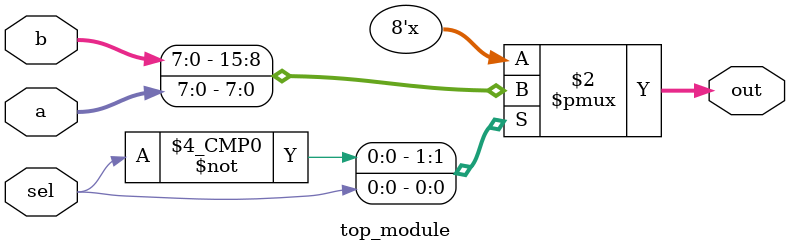
<source format=sv>
module top_module (
    input sel,
    input [7:0] a,
    input [7:0] b,
    output reg [7:0] out
);

always @(*) begin
    case (sel)
        1'b0: out = b;
        1'b1: out = a;
        default: out = 8'b0; // Handle undefined cases
    endcase
end

endmodule

</source>
